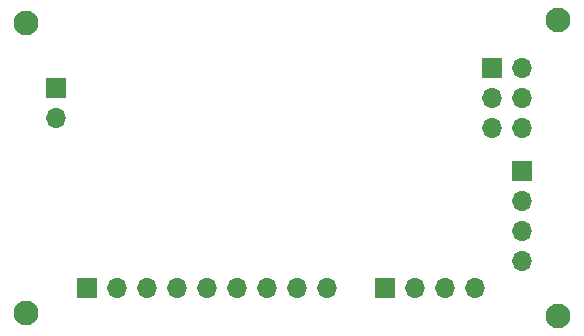
<source format=gbr>
%TF.GenerationSoftware,KiCad,Pcbnew,8.0.5*%
%TF.CreationDate,2024-09-30T08:41:21+06:00*%
%TF.ProjectId,MCU Datalogger,4d435520-4461-4746-916c-6f676765722e,rev?*%
%TF.SameCoordinates,Original*%
%TF.FileFunction,Soldermask,Bot*%
%TF.FilePolarity,Negative*%
%FSLAX46Y46*%
G04 Gerber Fmt 4.6, Leading zero omitted, Abs format (unit mm)*
G04 Created by KiCad (PCBNEW 8.0.5) date 2024-09-30 08:41:21*
%MOMM*%
%LPD*%
G01*
G04 APERTURE LIST*
%ADD10C,2.100000*%
%ADD11R,1.700000X1.700000*%
%ADD12O,1.700000X1.700000*%
G04 APERTURE END LIST*
D10*
%TO.C,H1*%
X90000000Y-60000000D03*
%TD*%
%TO.C,H4*%
X135000000Y-84750000D03*
%TD*%
D11*
%TO.C,BT1*%
X92500000Y-65460000D03*
D12*
X92500000Y-68000000D03*
%TD*%
D11*
%TO.C,J3*%
X95180000Y-82400000D03*
D12*
X97720000Y-82400000D03*
X100260000Y-82400000D03*
X102800000Y-82400000D03*
X105340000Y-82400000D03*
X107880000Y-82400000D03*
X110420000Y-82400000D03*
X112960000Y-82400000D03*
X115500000Y-82400000D03*
%TD*%
D11*
%TO.C,J1*%
X131940000Y-72540000D03*
D12*
X131940000Y-75080000D03*
X131940000Y-77620000D03*
X131940000Y-80160000D03*
%TD*%
D11*
%TO.C,J2*%
X120410000Y-82400000D03*
D12*
X122950000Y-82400000D03*
X125490000Y-82400000D03*
X128030000Y-82400000D03*
%TD*%
D10*
%TO.C,H3*%
X90000000Y-84500000D03*
%TD*%
D11*
%TO.C,J4*%
X129400000Y-63820000D03*
D12*
X131940000Y-63820000D03*
X129400000Y-66360000D03*
X131940000Y-66360000D03*
X129400000Y-68900000D03*
X131940000Y-68900000D03*
%TD*%
D10*
%TO.C,H2*%
X135000000Y-59750000D03*
%TD*%
M02*

</source>
